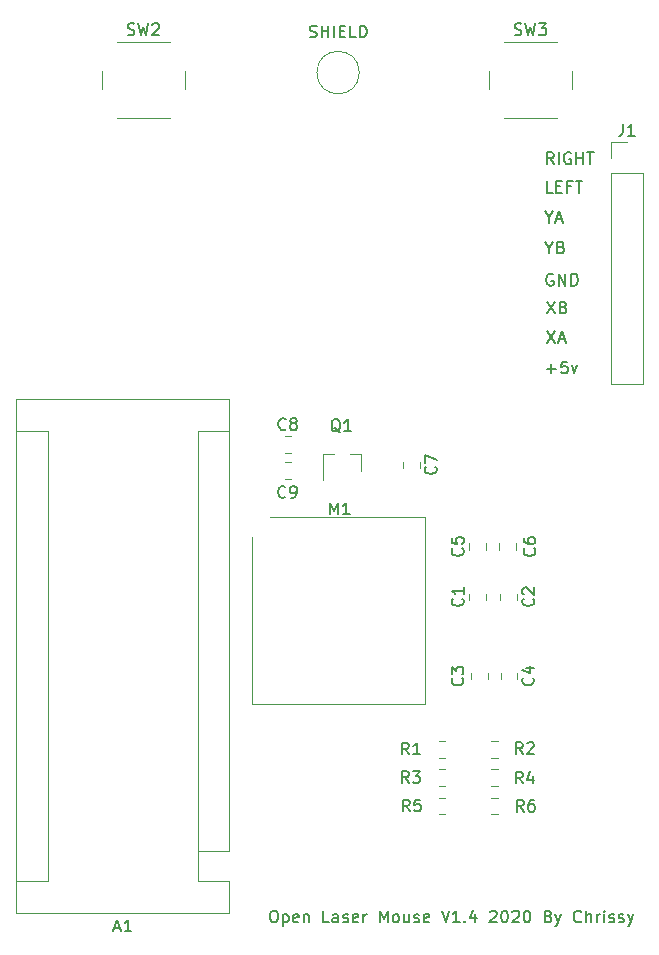
<source format=gbr>
G04 #@! TF.GenerationSoftware,KiCad,Pcbnew,(5.1.4-0-10_14)*
G04 #@! TF.CreationDate,2020-11-05T16:31:29+00:00*
G04 #@! TF.ProjectId,OpenLaserMouse,4f70656e-4c61-4736-9572-4d6f7573652e,rev?*
G04 #@! TF.SameCoordinates,Original*
G04 #@! TF.FileFunction,Legend,Top*
G04 #@! TF.FilePolarity,Positive*
%FSLAX46Y46*%
G04 Gerber Fmt 4.6, Leading zero omitted, Abs format (unit mm)*
G04 Created by KiCad (PCBNEW (5.1.4-0-10_14)) date 2020-11-05 16:31:29*
%MOMM*%
%LPD*%
G04 APERTURE LIST*
%ADD10C,0.150000*%
%ADD11C,0.120000*%
G04 APERTURE END LIST*
D10*
X65603738Y-47648761D02*
X65746595Y-47696380D01*
X65984690Y-47696380D01*
X66079928Y-47648761D01*
X66127547Y-47601142D01*
X66175166Y-47505904D01*
X66175166Y-47410666D01*
X66127547Y-47315428D01*
X66079928Y-47267809D01*
X65984690Y-47220190D01*
X65794214Y-47172571D01*
X65698976Y-47124952D01*
X65651357Y-47077333D01*
X65603738Y-46982095D01*
X65603738Y-46886857D01*
X65651357Y-46791619D01*
X65698976Y-46744000D01*
X65794214Y-46696380D01*
X66032309Y-46696380D01*
X66175166Y-46744000D01*
X66603738Y-47696380D02*
X66603738Y-46696380D01*
X66603738Y-47172571D02*
X67175166Y-47172571D01*
X67175166Y-47696380D02*
X67175166Y-46696380D01*
X67651357Y-47696380D02*
X67651357Y-46696380D01*
X68127547Y-47172571D02*
X68460880Y-47172571D01*
X68603738Y-47696380D02*
X68127547Y-47696380D01*
X68127547Y-46696380D01*
X68603738Y-46696380D01*
X69508500Y-47696380D02*
X69032309Y-47696380D01*
X69032309Y-46696380D01*
X69841833Y-47696380D02*
X69841833Y-46696380D01*
X70079928Y-46696380D01*
X70222785Y-46744000D01*
X70318023Y-46839238D01*
X70365642Y-46934476D01*
X70413261Y-47124952D01*
X70413261Y-47267809D01*
X70365642Y-47458285D01*
X70318023Y-47553523D01*
X70222785Y-47648761D01*
X70079928Y-47696380D01*
X69841833Y-47696380D01*
X85679595Y-75763428D02*
X86441500Y-75763428D01*
X86060547Y-76144380D02*
X86060547Y-75382476D01*
X87393880Y-75144380D02*
X86917690Y-75144380D01*
X86870071Y-75620571D01*
X86917690Y-75572952D01*
X87012928Y-75525333D01*
X87251023Y-75525333D01*
X87346261Y-75572952D01*
X87393880Y-75620571D01*
X87441500Y-75715809D01*
X87441500Y-75953904D01*
X87393880Y-76049142D01*
X87346261Y-76096761D01*
X87251023Y-76144380D01*
X87012928Y-76144380D01*
X86917690Y-76096761D01*
X86870071Y-76049142D01*
X87774833Y-75477714D02*
X88012928Y-76144380D01*
X88251023Y-75477714D01*
X85711357Y-72540880D02*
X86378023Y-73540880D01*
X86378023Y-72540880D02*
X85711357Y-73540880D01*
X86711357Y-73255166D02*
X87187547Y-73255166D01*
X86616119Y-73540880D02*
X86949452Y-72540880D01*
X87282785Y-73540880D01*
X85711357Y-70064380D02*
X86378023Y-71064380D01*
X86378023Y-70064380D02*
X85711357Y-71064380D01*
X87092309Y-70540571D02*
X87235166Y-70588190D01*
X87282785Y-70635809D01*
X87330404Y-70731047D01*
X87330404Y-70873904D01*
X87282785Y-70969142D01*
X87235166Y-71016761D01*
X87139928Y-71064380D01*
X86758976Y-71064380D01*
X86758976Y-70064380D01*
X87092309Y-70064380D01*
X87187547Y-70112000D01*
X87235166Y-70159619D01*
X87282785Y-70254857D01*
X87282785Y-70350095D01*
X87235166Y-70445333D01*
X87187547Y-70492952D01*
X87092309Y-70540571D01*
X86758976Y-70540571D01*
X86203404Y-67762500D02*
X86108166Y-67714880D01*
X85965309Y-67714880D01*
X85822452Y-67762500D01*
X85727214Y-67857738D01*
X85679595Y-67952976D01*
X85631976Y-68143452D01*
X85631976Y-68286309D01*
X85679595Y-68476785D01*
X85727214Y-68572023D01*
X85822452Y-68667261D01*
X85965309Y-68714880D01*
X86060547Y-68714880D01*
X86203404Y-68667261D01*
X86251023Y-68619642D01*
X86251023Y-68286309D01*
X86060547Y-68286309D01*
X86679595Y-68714880D02*
X86679595Y-67714880D01*
X87251023Y-68714880D01*
X87251023Y-67714880D01*
X87727214Y-68714880D02*
X87727214Y-67714880D01*
X87965309Y-67714880D01*
X88108166Y-67762500D01*
X88203404Y-67857738D01*
X88251023Y-67952976D01*
X88298642Y-68143452D01*
X88298642Y-68286309D01*
X88251023Y-68476785D01*
X88203404Y-68572023D01*
X88108166Y-68667261D01*
X87965309Y-68714880D01*
X87727214Y-68714880D01*
X85870071Y-65508190D02*
X85870071Y-65984380D01*
X85536738Y-64984380D02*
X85870071Y-65508190D01*
X86203404Y-64984380D01*
X86870071Y-65460571D02*
X87012928Y-65508190D01*
X87060547Y-65555809D01*
X87108166Y-65651047D01*
X87108166Y-65793904D01*
X87060547Y-65889142D01*
X87012928Y-65936761D01*
X86917690Y-65984380D01*
X86536738Y-65984380D01*
X86536738Y-64984380D01*
X86870071Y-64984380D01*
X86965309Y-65032000D01*
X87012928Y-65079619D01*
X87060547Y-65174857D01*
X87060547Y-65270095D01*
X87012928Y-65365333D01*
X86965309Y-65412952D01*
X86870071Y-65460571D01*
X86536738Y-65460571D01*
X85870071Y-62904690D02*
X85870071Y-63380880D01*
X85536738Y-62380880D02*
X85870071Y-62904690D01*
X86203404Y-62380880D01*
X86489119Y-63095166D02*
X86965309Y-63095166D01*
X86393880Y-63380880D02*
X86727214Y-62380880D01*
X87060547Y-63380880D01*
X86155785Y-60840880D02*
X85679595Y-60840880D01*
X85679595Y-59840880D01*
X86489119Y-60317071D02*
X86822452Y-60317071D01*
X86965309Y-60840880D02*
X86489119Y-60840880D01*
X86489119Y-59840880D01*
X86965309Y-59840880D01*
X87727214Y-60317071D02*
X87393880Y-60317071D01*
X87393880Y-60840880D02*
X87393880Y-59840880D01*
X87870071Y-59840880D01*
X88108166Y-59840880D02*
X88679595Y-59840880D01*
X88393880Y-60840880D02*
X88393880Y-59840880D01*
X86251023Y-58427880D02*
X85917690Y-57951690D01*
X85679595Y-58427880D02*
X85679595Y-57427880D01*
X86060547Y-57427880D01*
X86155785Y-57475500D01*
X86203404Y-57523119D01*
X86251023Y-57618357D01*
X86251023Y-57761214D01*
X86203404Y-57856452D01*
X86155785Y-57904071D01*
X86060547Y-57951690D01*
X85679595Y-57951690D01*
X86679595Y-58427880D02*
X86679595Y-57427880D01*
X87679595Y-57475500D02*
X87584357Y-57427880D01*
X87441500Y-57427880D01*
X87298642Y-57475500D01*
X87203404Y-57570738D01*
X87155785Y-57665976D01*
X87108166Y-57856452D01*
X87108166Y-57999309D01*
X87155785Y-58189785D01*
X87203404Y-58285023D01*
X87298642Y-58380261D01*
X87441500Y-58427880D01*
X87536738Y-58427880D01*
X87679595Y-58380261D01*
X87727214Y-58332642D01*
X87727214Y-57999309D01*
X87536738Y-57999309D01*
X88155785Y-58427880D02*
X88155785Y-57427880D01*
X88155785Y-57904071D02*
X88727214Y-57904071D01*
X88727214Y-58427880D02*
X88727214Y-57427880D01*
X89060547Y-57427880D02*
X89631976Y-57427880D01*
X89346261Y-58427880D02*
X89346261Y-57427880D01*
X62477952Y-121626380D02*
X62668428Y-121626380D01*
X62763666Y-121674000D01*
X62858904Y-121769238D01*
X62906523Y-121959714D01*
X62906523Y-122293047D01*
X62858904Y-122483523D01*
X62763666Y-122578761D01*
X62668428Y-122626380D01*
X62477952Y-122626380D01*
X62382714Y-122578761D01*
X62287476Y-122483523D01*
X62239857Y-122293047D01*
X62239857Y-121959714D01*
X62287476Y-121769238D01*
X62382714Y-121674000D01*
X62477952Y-121626380D01*
X63335095Y-121959714D02*
X63335095Y-122959714D01*
X63335095Y-122007333D02*
X63430333Y-121959714D01*
X63620809Y-121959714D01*
X63716047Y-122007333D01*
X63763666Y-122054952D01*
X63811285Y-122150190D01*
X63811285Y-122435904D01*
X63763666Y-122531142D01*
X63716047Y-122578761D01*
X63620809Y-122626380D01*
X63430333Y-122626380D01*
X63335095Y-122578761D01*
X64620809Y-122578761D02*
X64525571Y-122626380D01*
X64335095Y-122626380D01*
X64239857Y-122578761D01*
X64192238Y-122483523D01*
X64192238Y-122102571D01*
X64239857Y-122007333D01*
X64335095Y-121959714D01*
X64525571Y-121959714D01*
X64620809Y-122007333D01*
X64668428Y-122102571D01*
X64668428Y-122197809D01*
X64192238Y-122293047D01*
X65096999Y-121959714D02*
X65096999Y-122626380D01*
X65096999Y-122054952D02*
X65144619Y-122007333D01*
X65239857Y-121959714D01*
X65382714Y-121959714D01*
X65477952Y-122007333D01*
X65525571Y-122102571D01*
X65525571Y-122626380D01*
X67239857Y-122626380D02*
X66763666Y-122626380D01*
X66763666Y-121626380D01*
X68001761Y-122626380D02*
X68001761Y-122102571D01*
X67954142Y-122007333D01*
X67858904Y-121959714D01*
X67668428Y-121959714D01*
X67573190Y-122007333D01*
X68001761Y-122578761D02*
X67906523Y-122626380D01*
X67668428Y-122626380D01*
X67573190Y-122578761D01*
X67525571Y-122483523D01*
X67525571Y-122388285D01*
X67573190Y-122293047D01*
X67668428Y-122245428D01*
X67906523Y-122245428D01*
X68001761Y-122197809D01*
X68430333Y-122578761D02*
X68525571Y-122626380D01*
X68716047Y-122626380D01*
X68811285Y-122578761D01*
X68858904Y-122483523D01*
X68858904Y-122435904D01*
X68811285Y-122340666D01*
X68716047Y-122293047D01*
X68573190Y-122293047D01*
X68477952Y-122245428D01*
X68430333Y-122150190D01*
X68430333Y-122102571D01*
X68477952Y-122007333D01*
X68573190Y-121959714D01*
X68716047Y-121959714D01*
X68811285Y-122007333D01*
X69668428Y-122578761D02*
X69573190Y-122626380D01*
X69382714Y-122626380D01*
X69287476Y-122578761D01*
X69239857Y-122483523D01*
X69239857Y-122102571D01*
X69287476Y-122007333D01*
X69382714Y-121959714D01*
X69573190Y-121959714D01*
X69668428Y-122007333D01*
X69716047Y-122102571D01*
X69716047Y-122197809D01*
X69239857Y-122293047D01*
X70144619Y-122626380D02*
X70144619Y-121959714D01*
X70144619Y-122150190D02*
X70192238Y-122054952D01*
X70239857Y-122007333D01*
X70335095Y-121959714D01*
X70430333Y-121959714D01*
X71525571Y-122626380D02*
X71525571Y-121626380D01*
X71858904Y-122340666D01*
X72192238Y-121626380D01*
X72192238Y-122626380D01*
X72811285Y-122626380D02*
X72716047Y-122578761D01*
X72668428Y-122531142D01*
X72620809Y-122435904D01*
X72620809Y-122150190D01*
X72668428Y-122054952D01*
X72716047Y-122007333D01*
X72811285Y-121959714D01*
X72954142Y-121959714D01*
X73049380Y-122007333D01*
X73097000Y-122054952D01*
X73144619Y-122150190D01*
X73144619Y-122435904D01*
X73097000Y-122531142D01*
X73049380Y-122578761D01*
X72954142Y-122626380D01*
X72811285Y-122626380D01*
X74001761Y-121959714D02*
X74001761Y-122626380D01*
X73573190Y-121959714D02*
X73573190Y-122483523D01*
X73620809Y-122578761D01*
X73716047Y-122626380D01*
X73858904Y-122626380D01*
X73954142Y-122578761D01*
X74001761Y-122531142D01*
X74430333Y-122578761D02*
X74525571Y-122626380D01*
X74716047Y-122626380D01*
X74811285Y-122578761D01*
X74858904Y-122483523D01*
X74858904Y-122435904D01*
X74811285Y-122340666D01*
X74716047Y-122293047D01*
X74573190Y-122293047D01*
X74477952Y-122245428D01*
X74430333Y-122150190D01*
X74430333Y-122102571D01*
X74477952Y-122007333D01*
X74573190Y-121959714D01*
X74716047Y-121959714D01*
X74811285Y-122007333D01*
X75668428Y-122578761D02*
X75573190Y-122626380D01*
X75382714Y-122626380D01*
X75287476Y-122578761D01*
X75239857Y-122483523D01*
X75239857Y-122102571D01*
X75287476Y-122007333D01*
X75382714Y-121959714D01*
X75573190Y-121959714D01*
X75668428Y-122007333D01*
X75716047Y-122102571D01*
X75716047Y-122197809D01*
X75239857Y-122293047D01*
X76763666Y-121626380D02*
X77097000Y-122626380D01*
X77430333Y-121626380D01*
X78287476Y-122626380D02*
X77716047Y-122626380D01*
X78001761Y-122626380D02*
X78001761Y-121626380D01*
X77906523Y-121769238D01*
X77811285Y-121864476D01*
X77716047Y-121912095D01*
X78716047Y-122531142D02*
X78763666Y-122578761D01*
X78716047Y-122626380D01*
X78668428Y-122578761D01*
X78716047Y-122531142D01*
X78716047Y-122626380D01*
X79620809Y-121959714D02*
X79620809Y-122626380D01*
X79382714Y-121578761D02*
X79144619Y-122293047D01*
X79763666Y-122293047D01*
X80858904Y-121721619D02*
X80906523Y-121674000D01*
X81001761Y-121626380D01*
X81239857Y-121626380D01*
X81335095Y-121674000D01*
X81382714Y-121721619D01*
X81430333Y-121816857D01*
X81430333Y-121912095D01*
X81382714Y-122054952D01*
X80811285Y-122626380D01*
X81430333Y-122626380D01*
X82049380Y-121626380D02*
X82144619Y-121626380D01*
X82239857Y-121674000D01*
X82287476Y-121721619D01*
X82335095Y-121816857D01*
X82382714Y-122007333D01*
X82382714Y-122245428D01*
X82335095Y-122435904D01*
X82287476Y-122531142D01*
X82239857Y-122578761D01*
X82144619Y-122626380D01*
X82049380Y-122626380D01*
X81954142Y-122578761D01*
X81906523Y-122531142D01*
X81858904Y-122435904D01*
X81811285Y-122245428D01*
X81811285Y-122007333D01*
X81858904Y-121816857D01*
X81906523Y-121721619D01*
X81954142Y-121674000D01*
X82049380Y-121626380D01*
X82763666Y-121721619D02*
X82811285Y-121674000D01*
X82906523Y-121626380D01*
X83144619Y-121626380D01*
X83239857Y-121674000D01*
X83287476Y-121721619D01*
X83335095Y-121816857D01*
X83335095Y-121912095D01*
X83287476Y-122054952D01*
X82716047Y-122626380D01*
X83335095Y-122626380D01*
X83954142Y-121626380D02*
X84049380Y-121626380D01*
X84144619Y-121674000D01*
X84192238Y-121721619D01*
X84239857Y-121816857D01*
X84287476Y-122007333D01*
X84287476Y-122245428D01*
X84239857Y-122435904D01*
X84192238Y-122531142D01*
X84144619Y-122578761D01*
X84049380Y-122626380D01*
X83954142Y-122626380D01*
X83858904Y-122578761D01*
X83811285Y-122531142D01*
X83763666Y-122435904D01*
X83716047Y-122245428D01*
X83716047Y-122007333D01*
X83763666Y-121816857D01*
X83811285Y-121721619D01*
X83858904Y-121674000D01*
X83954142Y-121626380D01*
X85811285Y-122102571D02*
X85954142Y-122150190D01*
X86001761Y-122197809D01*
X86049380Y-122293047D01*
X86049380Y-122435904D01*
X86001761Y-122531142D01*
X85954142Y-122578761D01*
X85858904Y-122626380D01*
X85477952Y-122626380D01*
X85477952Y-121626380D01*
X85811285Y-121626380D01*
X85906523Y-121674000D01*
X85954142Y-121721619D01*
X86001761Y-121816857D01*
X86001761Y-121912095D01*
X85954142Y-122007333D01*
X85906523Y-122054952D01*
X85811285Y-122102571D01*
X85477952Y-122102571D01*
X86382714Y-121959714D02*
X86620809Y-122626380D01*
X86858904Y-121959714D02*
X86620809Y-122626380D01*
X86525571Y-122864476D01*
X86477952Y-122912095D01*
X86382714Y-122959714D01*
X88573190Y-122531142D02*
X88525571Y-122578761D01*
X88382714Y-122626380D01*
X88287476Y-122626380D01*
X88144619Y-122578761D01*
X88049380Y-122483523D01*
X88001761Y-122388285D01*
X87954142Y-122197809D01*
X87954142Y-122054952D01*
X88001761Y-121864476D01*
X88049380Y-121769238D01*
X88144619Y-121674000D01*
X88287476Y-121626380D01*
X88382714Y-121626380D01*
X88525571Y-121674000D01*
X88573190Y-121721619D01*
X89001761Y-122626380D02*
X89001761Y-121626380D01*
X89430333Y-122626380D02*
X89430333Y-122102571D01*
X89382714Y-122007333D01*
X89287476Y-121959714D01*
X89144619Y-121959714D01*
X89049380Y-122007333D01*
X89001761Y-122054952D01*
X89906523Y-122626380D02*
X89906523Y-121959714D01*
X89906523Y-122150190D02*
X89954142Y-122054952D01*
X90001761Y-122007333D01*
X90096999Y-121959714D01*
X90192238Y-121959714D01*
X90525571Y-122626380D02*
X90525571Y-121959714D01*
X90525571Y-121626380D02*
X90477952Y-121674000D01*
X90525571Y-121721619D01*
X90573190Y-121674000D01*
X90525571Y-121626380D01*
X90525571Y-121721619D01*
X90954142Y-122578761D02*
X91049380Y-122626380D01*
X91239857Y-122626380D01*
X91335095Y-122578761D01*
X91382714Y-122483523D01*
X91382714Y-122435904D01*
X91335095Y-122340666D01*
X91239857Y-122293047D01*
X91096999Y-122293047D01*
X91001761Y-122245428D01*
X90954142Y-122150190D01*
X90954142Y-122102571D01*
X91001761Y-122007333D01*
X91096999Y-121959714D01*
X91239857Y-121959714D01*
X91335095Y-122007333D01*
X91763666Y-122578761D02*
X91858904Y-122626380D01*
X92049380Y-122626380D01*
X92144619Y-122578761D01*
X92192238Y-122483523D01*
X92192238Y-122435904D01*
X92144619Y-122340666D01*
X92049380Y-122293047D01*
X91906523Y-122293047D01*
X91811285Y-122245428D01*
X91763666Y-122150190D01*
X91763666Y-122102571D01*
X91811285Y-122007333D01*
X91906523Y-121959714D01*
X92049380Y-121959714D01*
X92144619Y-122007333D01*
X92525571Y-121959714D02*
X92763666Y-122626380D01*
X93001761Y-121959714D02*
X92763666Y-122626380D01*
X92668428Y-122864476D01*
X92620809Y-122912095D01*
X92525571Y-122959714D01*
D11*
X87776000Y-52064000D02*
X87776000Y-50564000D01*
X86526000Y-48064000D02*
X82026000Y-48064000D01*
X80776000Y-50564000D02*
X80776000Y-52064000D01*
X82026000Y-54564000D02*
X86526000Y-54564000D01*
X91126000Y-56582000D02*
X92456000Y-56582000D01*
X91126000Y-57912000D02*
X91126000Y-56582000D01*
X91126000Y-59182000D02*
X93786000Y-59182000D01*
X93786000Y-59182000D02*
X93786000Y-77022000D01*
X91126000Y-59182000D02*
X91126000Y-77022000D01*
X91126000Y-77022000D02*
X93786000Y-77022000D01*
X55010000Y-52064000D02*
X55010000Y-50564000D01*
X53760000Y-48064000D02*
X49260000Y-48064000D01*
X48010000Y-50564000D02*
X48010000Y-52064000D01*
X49260000Y-54564000D02*
X53760000Y-54564000D01*
X40764000Y-121796000D02*
X58804000Y-121796000D01*
X40764000Y-78356000D02*
X40764000Y-121796000D01*
X58804000Y-78356000D02*
X40764000Y-78356000D01*
X56134000Y-81026000D02*
X58804000Y-81026000D01*
X56134000Y-116586000D02*
X56134000Y-81026000D01*
X56134000Y-116586000D02*
X58804000Y-116586000D01*
X43434000Y-81026000D02*
X40764000Y-81026000D01*
X43434000Y-119126000D02*
X43434000Y-81026000D01*
X43434000Y-119126000D02*
X40764000Y-119126000D01*
X58804000Y-121796000D02*
X58804000Y-119126000D01*
X58804000Y-116586000D02*
X58804000Y-78356000D01*
X56134000Y-119126000D02*
X58804000Y-119126000D01*
X56134000Y-116586000D02*
X56134000Y-119126000D01*
X81500478Y-112066000D02*
X80983322Y-112066000D01*
X81500478Y-113486000D02*
X80983322Y-113486000D01*
X77042778Y-112066000D02*
X76525622Y-112066000D01*
X77042778Y-113486000D02*
X76525622Y-113486000D01*
X81500478Y-109665200D02*
X80983322Y-109665200D01*
X81500478Y-111085200D02*
X80983322Y-111085200D01*
X77042778Y-109665200D02*
X76525622Y-109665200D01*
X77042778Y-111085200D02*
X76525622Y-111085200D01*
X81500478Y-107252200D02*
X80983322Y-107252200D01*
X81500478Y-108672200D02*
X80983322Y-108672200D01*
X77042778Y-107252200D02*
X76525622Y-107252200D01*
X77042778Y-108672200D02*
X76525622Y-108672200D01*
X69898000Y-82981500D02*
X69898000Y-84441500D01*
X66738000Y-82981500D02*
X66738000Y-85141500D01*
X66738000Y-82981500D02*
X67668000Y-82981500D01*
X69898000Y-82981500D02*
X68968000Y-82981500D01*
X63495422Y-85101500D02*
X64012578Y-85101500D01*
X63495422Y-83681500D02*
X64012578Y-83681500D01*
X63472322Y-82853600D02*
X63989478Y-82853600D01*
X63472322Y-81433600D02*
X63989478Y-81433600D01*
X73521500Y-83624922D02*
X73521500Y-84142078D01*
X74941500Y-83624922D02*
X74941500Y-84142078D01*
X83056800Y-91063578D02*
X83056800Y-90546422D01*
X81636800Y-91063578D02*
X81636800Y-90546422D01*
X80529500Y-91063578D02*
X80529500Y-90546422D01*
X79109500Y-91063578D02*
X79109500Y-90546422D01*
X81763800Y-101493822D02*
X81763800Y-102010978D01*
X83183800Y-101493822D02*
X83183800Y-102010978D01*
X79236500Y-101531422D02*
X79236500Y-102048578D01*
X80656500Y-101531422D02*
X80656500Y-102048578D01*
X83107600Y-95318078D02*
X83107600Y-94800922D01*
X81687600Y-95318078D02*
X81687600Y-94800922D01*
X80529500Y-95318078D02*
X80529500Y-94800922D01*
X79109500Y-95318078D02*
X79109500Y-94800922D01*
X69800694Y-50673000D02*
G75*
G03X69800694Y-50673000I-1800694J0D01*
G01*
X62272000Y-88300000D02*
X75372000Y-88300000D01*
X75372000Y-88300000D02*
X75372000Y-104150000D01*
X75372000Y-104150000D02*
X60672000Y-104150000D01*
X60672000Y-104150000D02*
X60672000Y-90000000D01*
D10*
X82942666Y-47468761D02*
X83085523Y-47516380D01*
X83323619Y-47516380D01*
X83418857Y-47468761D01*
X83466476Y-47421142D01*
X83514095Y-47325904D01*
X83514095Y-47230666D01*
X83466476Y-47135428D01*
X83418857Y-47087809D01*
X83323619Y-47040190D01*
X83133142Y-46992571D01*
X83037904Y-46944952D01*
X82990285Y-46897333D01*
X82942666Y-46802095D01*
X82942666Y-46706857D01*
X82990285Y-46611619D01*
X83037904Y-46564000D01*
X83133142Y-46516380D01*
X83371238Y-46516380D01*
X83514095Y-46564000D01*
X83847428Y-46516380D02*
X84085523Y-47516380D01*
X84276000Y-46802095D01*
X84466476Y-47516380D01*
X84704571Y-46516380D01*
X84990285Y-46516380D02*
X85609333Y-46516380D01*
X85276000Y-46897333D01*
X85418857Y-46897333D01*
X85514095Y-46944952D01*
X85561714Y-46992571D01*
X85609333Y-47087809D01*
X85609333Y-47325904D01*
X85561714Y-47421142D01*
X85514095Y-47468761D01*
X85418857Y-47516380D01*
X85133142Y-47516380D01*
X85037904Y-47468761D01*
X84990285Y-47421142D01*
X92122666Y-55034380D02*
X92122666Y-55748666D01*
X92075047Y-55891523D01*
X91979809Y-55986761D01*
X91836952Y-56034380D01*
X91741714Y-56034380D01*
X93122666Y-56034380D02*
X92551238Y-56034380D01*
X92836952Y-56034380D02*
X92836952Y-55034380D01*
X92741714Y-55177238D01*
X92646476Y-55272476D01*
X92551238Y-55320095D01*
X50176666Y-47468761D02*
X50319523Y-47516380D01*
X50557619Y-47516380D01*
X50652857Y-47468761D01*
X50700476Y-47421142D01*
X50748095Y-47325904D01*
X50748095Y-47230666D01*
X50700476Y-47135428D01*
X50652857Y-47087809D01*
X50557619Y-47040190D01*
X50367142Y-46992571D01*
X50271904Y-46944952D01*
X50224285Y-46897333D01*
X50176666Y-46802095D01*
X50176666Y-46706857D01*
X50224285Y-46611619D01*
X50271904Y-46564000D01*
X50367142Y-46516380D01*
X50605238Y-46516380D01*
X50748095Y-46564000D01*
X51081428Y-46516380D02*
X51319523Y-47516380D01*
X51510000Y-46802095D01*
X51700476Y-47516380D01*
X51938571Y-46516380D01*
X52271904Y-46611619D02*
X52319523Y-46564000D01*
X52414761Y-46516380D01*
X52652857Y-46516380D01*
X52748095Y-46564000D01*
X52795714Y-46611619D01*
X52843333Y-46706857D01*
X52843333Y-46802095D01*
X52795714Y-46944952D01*
X52224285Y-47516380D01*
X52843333Y-47516380D01*
X49069714Y-123102666D02*
X49545904Y-123102666D01*
X48974476Y-123388380D02*
X49307809Y-122388380D01*
X49641142Y-123388380D01*
X50498285Y-123388380D02*
X49926857Y-123388380D01*
X50212571Y-123388380D02*
X50212571Y-122388380D01*
X50117333Y-122531238D01*
X50022095Y-122626476D01*
X49926857Y-122674095D01*
X83704133Y-113253780D02*
X83370800Y-112777590D01*
X83132704Y-113253780D02*
X83132704Y-112253780D01*
X83513657Y-112253780D01*
X83608895Y-112301400D01*
X83656514Y-112349019D01*
X83704133Y-112444257D01*
X83704133Y-112587114D01*
X83656514Y-112682352D01*
X83608895Y-112729971D01*
X83513657Y-112777590D01*
X83132704Y-112777590D01*
X84561276Y-112253780D02*
X84370800Y-112253780D01*
X84275561Y-112301400D01*
X84227942Y-112349019D01*
X84132704Y-112491876D01*
X84085085Y-112682352D01*
X84085085Y-113063304D01*
X84132704Y-113158542D01*
X84180323Y-113206161D01*
X84275561Y-113253780D01*
X84466038Y-113253780D01*
X84561276Y-113206161D01*
X84608895Y-113158542D01*
X84656514Y-113063304D01*
X84656514Y-112825209D01*
X84608895Y-112729971D01*
X84561276Y-112682352D01*
X84466038Y-112634733D01*
X84275561Y-112634733D01*
X84180323Y-112682352D01*
X84132704Y-112729971D01*
X84085085Y-112825209D01*
X74052133Y-113228380D02*
X73718800Y-112752190D01*
X73480704Y-113228380D02*
X73480704Y-112228380D01*
X73861657Y-112228380D01*
X73956895Y-112276000D01*
X74004514Y-112323619D01*
X74052133Y-112418857D01*
X74052133Y-112561714D01*
X74004514Y-112656952D01*
X73956895Y-112704571D01*
X73861657Y-112752190D01*
X73480704Y-112752190D01*
X74956895Y-112228380D02*
X74480704Y-112228380D01*
X74433085Y-112704571D01*
X74480704Y-112656952D01*
X74575942Y-112609333D01*
X74814038Y-112609333D01*
X74909276Y-112656952D01*
X74956895Y-112704571D01*
X75004514Y-112799809D01*
X75004514Y-113037904D01*
X74956895Y-113133142D01*
X74909276Y-113180761D01*
X74814038Y-113228380D01*
X74575942Y-113228380D01*
X74480704Y-113180761D01*
X74433085Y-113133142D01*
X83627933Y-110866180D02*
X83294600Y-110389990D01*
X83056504Y-110866180D02*
X83056504Y-109866180D01*
X83437457Y-109866180D01*
X83532695Y-109913800D01*
X83580314Y-109961419D01*
X83627933Y-110056657D01*
X83627933Y-110199514D01*
X83580314Y-110294752D01*
X83532695Y-110342371D01*
X83437457Y-110389990D01*
X83056504Y-110389990D01*
X84485076Y-110199514D02*
X84485076Y-110866180D01*
X84246980Y-109818561D02*
X84008885Y-110532847D01*
X84627933Y-110532847D01*
X73975933Y-110815380D02*
X73642600Y-110339190D01*
X73404504Y-110815380D02*
X73404504Y-109815380D01*
X73785457Y-109815380D01*
X73880695Y-109863000D01*
X73928314Y-109910619D01*
X73975933Y-110005857D01*
X73975933Y-110148714D01*
X73928314Y-110243952D01*
X73880695Y-110291571D01*
X73785457Y-110339190D01*
X73404504Y-110339190D01*
X74309266Y-109815380D02*
X74928314Y-109815380D01*
X74594980Y-110196333D01*
X74737838Y-110196333D01*
X74833076Y-110243952D01*
X74880695Y-110291571D01*
X74928314Y-110386809D01*
X74928314Y-110624904D01*
X74880695Y-110720142D01*
X74833076Y-110767761D01*
X74737838Y-110815380D01*
X74452123Y-110815380D01*
X74356885Y-110767761D01*
X74309266Y-110720142D01*
X83627933Y-108376980D02*
X83294600Y-107900790D01*
X83056504Y-108376980D02*
X83056504Y-107376980D01*
X83437457Y-107376980D01*
X83532695Y-107424600D01*
X83580314Y-107472219D01*
X83627933Y-107567457D01*
X83627933Y-107710314D01*
X83580314Y-107805552D01*
X83532695Y-107853171D01*
X83437457Y-107900790D01*
X83056504Y-107900790D01*
X84008885Y-107472219D02*
X84056504Y-107424600D01*
X84151742Y-107376980D01*
X84389838Y-107376980D01*
X84485076Y-107424600D01*
X84532695Y-107472219D01*
X84580314Y-107567457D01*
X84580314Y-107662695D01*
X84532695Y-107805552D01*
X83961266Y-108376980D01*
X84580314Y-108376980D01*
X74001333Y-108402380D02*
X73668000Y-107926190D01*
X73429904Y-108402380D02*
X73429904Y-107402380D01*
X73810857Y-107402380D01*
X73906095Y-107450000D01*
X73953714Y-107497619D01*
X74001333Y-107592857D01*
X74001333Y-107735714D01*
X73953714Y-107830952D01*
X73906095Y-107878571D01*
X73810857Y-107926190D01*
X73429904Y-107926190D01*
X74953714Y-108402380D02*
X74382285Y-108402380D01*
X74668000Y-108402380D02*
X74668000Y-107402380D01*
X74572761Y-107545238D01*
X74477523Y-107640476D01*
X74382285Y-107688095D01*
X68179961Y-81141819D02*
X68084723Y-81094200D01*
X67989485Y-80998961D01*
X67846628Y-80856104D01*
X67751390Y-80808485D01*
X67656152Y-80808485D01*
X67703771Y-81046580D02*
X67608533Y-80998961D01*
X67513295Y-80903723D01*
X67465676Y-80713247D01*
X67465676Y-80379914D01*
X67513295Y-80189438D01*
X67608533Y-80094200D01*
X67703771Y-80046580D01*
X67894247Y-80046580D01*
X67989485Y-80094200D01*
X68084723Y-80189438D01*
X68132342Y-80379914D01*
X68132342Y-80713247D01*
X68084723Y-80903723D01*
X67989485Y-80998961D01*
X67894247Y-81046580D01*
X67703771Y-81046580D01*
X69084723Y-81046580D02*
X68513295Y-81046580D01*
X68799009Y-81046580D02*
X68799009Y-80046580D01*
X68703771Y-80189438D01*
X68608533Y-80284676D01*
X68513295Y-80332295D01*
X63536533Y-86590142D02*
X63488914Y-86637761D01*
X63346057Y-86685380D01*
X63250819Y-86685380D01*
X63107961Y-86637761D01*
X63012723Y-86542523D01*
X62965104Y-86447285D01*
X62917485Y-86256809D01*
X62917485Y-86113952D01*
X62965104Y-85923476D01*
X63012723Y-85828238D01*
X63107961Y-85733000D01*
X63250819Y-85685380D01*
X63346057Y-85685380D01*
X63488914Y-85733000D01*
X63536533Y-85780619D01*
X64012723Y-86685380D02*
X64203200Y-86685380D01*
X64298438Y-86637761D01*
X64346057Y-86590142D01*
X64441295Y-86447285D01*
X64488914Y-86256809D01*
X64488914Y-85875857D01*
X64441295Y-85780619D01*
X64393676Y-85733000D01*
X64298438Y-85685380D01*
X64107961Y-85685380D01*
X64012723Y-85733000D01*
X63965104Y-85780619D01*
X63917485Y-85875857D01*
X63917485Y-86113952D01*
X63965104Y-86209190D01*
X64012723Y-86256809D01*
X64107961Y-86304428D01*
X64298438Y-86304428D01*
X64393676Y-86256809D01*
X64441295Y-86209190D01*
X64488914Y-86113952D01*
X63564233Y-80850742D02*
X63516614Y-80898361D01*
X63373757Y-80945980D01*
X63278519Y-80945980D01*
X63135661Y-80898361D01*
X63040423Y-80803123D01*
X62992804Y-80707885D01*
X62945185Y-80517409D01*
X62945185Y-80374552D01*
X62992804Y-80184076D01*
X63040423Y-80088838D01*
X63135661Y-79993600D01*
X63278519Y-79945980D01*
X63373757Y-79945980D01*
X63516614Y-79993600D01*
X63564233Y-80041219D01*
X64135661Y-80374552D02*
X64040423Y-80326933D01*
X63992804Y-80279314D01*
X63945185Y-80184076D01*
X63945185Y-80136457D01*
X63992804Y-80041219D01*
X64040423Y-79993600D01*
X64135661Y-79945980D01*
X64326138Y-79945980D01*
X64421376Y-79993600D01*
X64468995Y-80041219D01*
X64516614Y-80136457D01*
X64516614Y-80184076D01*
X64468995Y-80279314D01*
X64421376Y-80326933D01*
X64326138Y-80374552D01*
X64135661Y-80374552D01*
X64040423Y-80422171D01*
X63992804Y-80469790D01*
X63945185Y-80565028D01*
X63945185Y-80755504D01*
X63992804Y-80850742D01*
X64040423Y-80898361D01*
X64135661Y-80945980D01*
X64326138Y-80945980D01*
X64421376Y-80898361D01*
X64468995Y-80850742D01*
X64516614Y-80755504D01*
X64516614Y-80565028D01*
X64468995Y-80469790D01*
X64421376Y-80422171D01*
X64326138Y-80374552D01*
X76238642Y-84050166D02*
X76286261Y-84097785D01*
X76333880Y-84240642D01*
X76333880Y-84335880D01*
X76286261Y-84478738D01*
X76191023Y-84573976D01*
X76095785Y-84621595D01*
X75905309Y-84669214D01*
X75762452Y-84669214D01*
X75571976Y-84621595D01*
X75476738Y-84573976D01*
X75381500Y-84478738D01*
X75333880Y-84335880D01*
X75333880Y-84240642D01*
X75381500Y-84097785D01*
X75429119Y-84050166D01*
X75333880Y-83716833D02*
X75333880Y-83050166D01*
X76333880Y-83478738D01*
X84608942Y-90971666D02*
X84656561Y-91019285D01*
X84704180Y-91162142D01*
X84704180Y-91257380D01*
X84656561Y-91400238D01*
X84561323Y-91495476D01*
X84466085Y-91543095D01*
X84275609Y-91590714D01*
X84132752Y-91590714D01*
X83942276Y-91543095D01*
X83847038Y-91495476D01*
X83751800Y-91400238D01*
X83704180Y-91257380D01*
X83704180Y-91162142D01*
X83751800Y-91019285D01*
X83799419Y-90971666D01*
X83704180Y-90114523D02*
X83704180Y-90305000D01*
X83751800Y-90400238D01*
X83799419Y-90447857D01*
X83942276Y-90543095D01*
X84132752Y-90590714D01*
X84513704Y-90590714D01*
X84608942Y-90543095D01*
X84656561Y-90495476D01*
X84704180Y-90400238D01*
X84704180Y-90209761D01*
X84656561Y-90114523D01*
X84608942Y-90066904D01*
X84513704Y-90019285D01*
X84275609Y-90019285D01*
X84180371Y-90066904D01*
X84132752Y-90114523D01*
X84085133Y-90209761D01*
X84085133Y-90400238D01*
X84132752Y-90495476D01*
X84180371Y-90543095D01*
X84275609Y-90590714D01*
X78526642Y-90971666D02*
X78574261Y-91019285D01*
X78621880Y-91162142D01*
X78621880Y-91257380D01*
X78574261Y-91400238D01*
X78479023Y-91495476D01*
X78383785Y-91543095D01*
X78193309Y-91590714D01*
X78050452Y-91590714D01*
X77859976Y-91543095D01*
X77764738Y-91495476D01*
X77669500Y-91400238D01*
X77621880Y-91257380D01*
X77621880Y-91162142D01*
X77669500Y-91019285D01*
X77717119Y-90971666D01*
X77621880Y-90066904D02*
X77621880Y-90543095D01*
X78098071Y-90590714D01*
X78050452Y-90543095D01*
X78002833Y-90447857D01*
X78002833Y-90209761D01*
X78050452Y-90114523D01*
X78098071Y-90066904D01*
X78193309Y-90019285D01*
X78431404Y-90019285D01*
X78526642Y-90066904D01*
X78574261Y-90114523D01*
X78621880Y-90209761D01*
X78621880Y-90447857D01*
X78574261Y-90543095D01*
X78526642Y-90590714D01*
X84480942Y-101919066D02*
X84528561Y-101966685D01*
X84576180Y-102109542D01*
X84576180Y-102204780D01*
X84528561Y-102347638D01*
X84433323Y-102442876D01*
X84338085Y-102490495D01*
X84147609Y-102538114D01*
X84004752Y-102538114D01*
X83814276Y-102490495D01*
X83719038Y-102442876D01*
X83623800Y-102347638D01*
X83576180Y-102204780D01*
X83576180Y-102109542D01*
X83623800Y-101966685D01*
X83671419Y-101919066D01*
X83909514Y-101061923D02*
X84576180Y-101061923D01*
X83528561Y-101300019D02*
X84242847Y-101538114D01*
X84242847Y-100919066D01*
X78512942Y-101944466D02*
X78560561Y-101992085D01*
X78608180Y-102134942D01*
X78608180Y-102230180D01*
X78560561Y-102373038D01*
X78465323Y-102468276D01*
X78370085Y-102515895D01*
X78179609Y-102563514D01*
X78036752Y-102563514D01*
X77846276Y-102515895D01*
X77751038Y-102468276D01*
X77655800Y-102373038D01*
X77608180Y-102230180D01*
X77608180Y-102134942D01*
X77655800Y-101992085D01*
X77703419Y-101944466D01*
X77608180Y-101611133D02*
X77608180Y-100992085D01*
X77989133Y-101325419D01*
X77989133Y-101182561D01*
X78036752Y-101087323D01*
X78084371Y-101039704D01*
X78179609Y-100992085D01*
X78417704Y-100992085D01*
X78512942Y-101039704D01*
X78560561Y-101087323D01*
X78608180Y-101182561D01*
X78608180Y-101468276D01*
X78560561Y-101563514D01*
X78512942Y-101611133D01*
X84507342Y-95226166D02*
X84554961Y-95273785D01*
X84602580Y-95416642D01*
X84602580Y-95511880D01*
X84554961Y-95654738D01*
X84459723Y-95749976D01*
X84364485Y-95797595D01*
X84174009Y-95845214D01*
X84031152Y-95845214D01*
X83840676Y-95797595D01*
X83745438Y-95749976D01*
X83650200Y-95654738D01*
X83602580Y-95511880D01*
X83602580Y-95416642D01*
X83650200Y-95273785D01*
X83697819Y-95226166D01*
X83697819Y-94845214D02*
X83650200Y-94797595D01*
X83602580Y-94702357D01*
X83602580Y-94464261D01*
X83650200Y-94369023D01*
X83697819Y-94321404D01*
X83793057Y-94273785D01*
X83888295Y-94273785D01*
X84031152Y-94321404D01*
X84602580Y-94892833D01*
X84602580Y-94273785D01*
X78526642Y-95226166D02*
X78574261Y-95273785D01*
X78621880Y-95416642D01*
X78621880Y-95511880D01*
X78574261Y-95654738D01*
X78479023Y-95749976D01*
X78383785Y-95797595D01*
X78193309Y-95845214D01*
X78050452Y-95845214D01*
X77859976Y-95797595D01*
X77764738Y-95749976D01*
X77669500Y-95654738D01*
X77621880Y-95511880D01*
X77621880Y-95416642D01*
X77669500Y-95273785D01*
X77717119Y-95226166D01*
X78621880Y-94273785D02*
X78621880Y-94845214D01*
X78621880Y-94559500D02*
X77621880Y-94559500D01*
X77764738Y-94654738D01*
X77859976Y-94749976D01*
X77907595Y-94845214D01*
X67313276Y-88082380D02*
X67313276Y-87082380D01*
X67646609Y-87796666D01*
X67979942Y-87082380D01*
X67979942Y-88082380D01*
X68979942Y-88082380D02*
X68408514Y-88082380D01*
X68694228Y-88082380D02*
X68694228Y-87082380D01*
X68598990Y-87225238D01*
X68503752Y-87320476D01*
X68408514Y-87368095D01*
M02*

</source>
